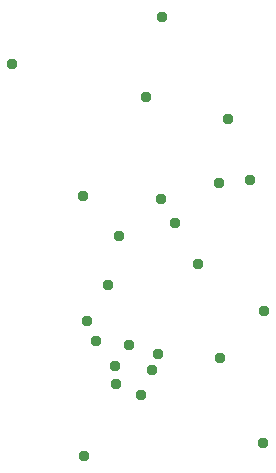
<source format=gbr>
G04 EAGLE Gerber RS-274X export*
G75*
%MOMM*%
%FSLAX34Y34*%
%LPD*%
%INSoldermask Bottom*%
%IPPOS*%
%AMOC8*
5,1,8,0,0,1.08239X$1,22.5*%
G01*
%ADD10C,0.959600*%


D10*
X177000Y243000D03*
X180000Y137000D03*
X178000Y23000D03*
X198000Y168000D03*
X230000Y327000D03*
X226000Y75000D03*
X329000Y34000D03*
X235000Y96000D03*
X318000Y257000D03*
X300000Y308000D03*
X274000Y186000D03*
X255000Y220000D03*
X244000Y395000D03*
X117000Y355000D03*
X292000Y254000D03*
X330000Y146000D03*
X293000Y106000D03*
X240000Y109000D03*
X216000Y117000D03*
X204000Y99000D03*
X207000Y209000D03*
X187846Y120000D03*
X205000Y84000D03*
X243000Y241000D03*
M02*

</source>
